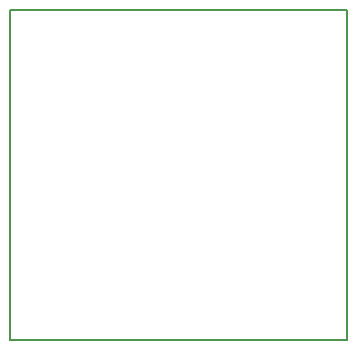
<source format=gbr>
%TF.GenerationSoftware,KiCad,Pcbnew,6.0.4-6f826c9f35~116~ubuntu20.04.1*%
%TF.CreationDate,2022-04-08T13:22:17+02:00*%
%TF.ProjectId,BACKUP_PROJECT,4241434b-5550-45f5-9052-4f4a4543542e,rev?*%
%TF.SameCoordinates,Original*%
%TF.FileFunction,Profile,NP*%
%FSLAX46Y46*%
G04 Gerber Fmt 4.6, Leading zero omitted, Abs format (unit mm)*
G04 Created by KiCad (PCBNEW 6.0.4-6f826c9f35~116~ubuntu20.04.1) date 2022-04-08 13:22:17*
%MOMM*%
%LPD*%
G01*
G04 APERTURE LIST*
%TA.AperFunction,Profile*%
%ADD10C,0.200000*%
%TD*%
G04 APERTURE END LIST*
D10*
X127254000Y-94615000D02*
X127254000Y-66675000D01*
X155829000Y-66675000D02*
X155829000Y-94615000D01*
X155829000Y-94615000D02*
X127254000Y-94615000D01*
X127254000Y-66675000D02*
X155829000Y-66675000D01*
M02*

</source>
